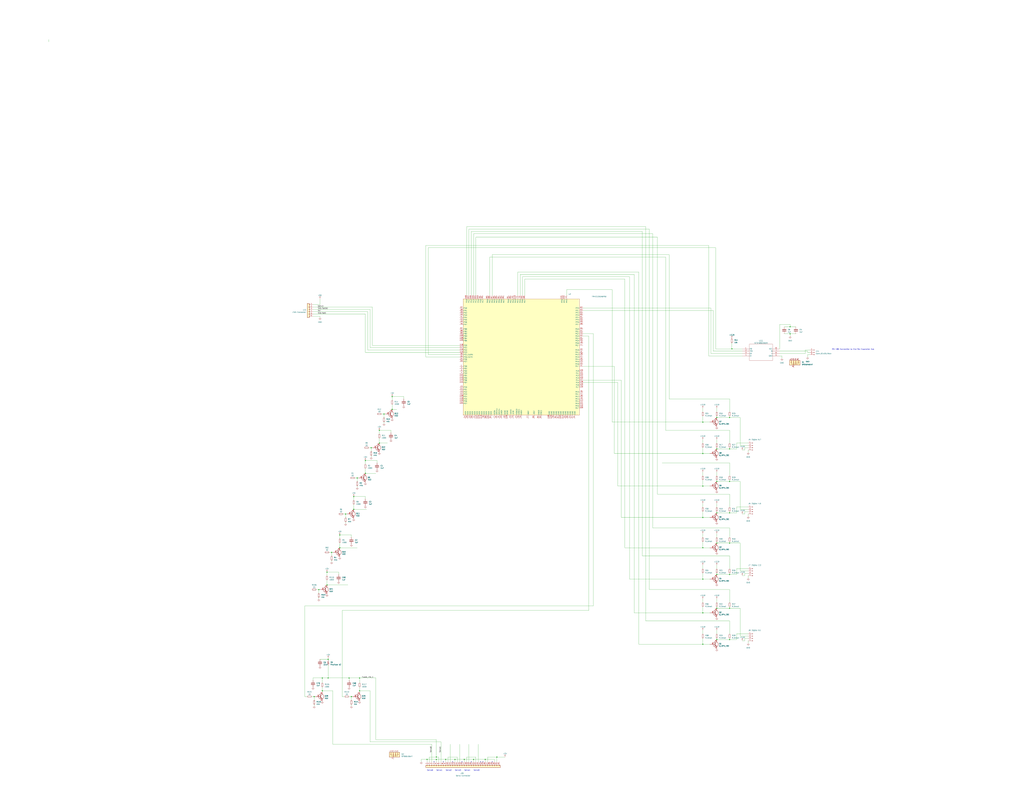
<source format=kicad_sch>
(kicad_sch (version 20230121) (generator eeschema)
  (paper "E")
  (junction (at 386.08 556.26))
  (junction (at 796.29 664.21))
  (junction (at 356.87 638.81))
  (junction (at 392.43 754.38))
  (junction (at 383.54 760.73))
  (junction (at 767.08 495.3))
  (junction (at 796.29 455.93))
  (junction (at 767.08 598.17))
  (junction (at 506.73 829.31))
  (junction (at 381 740.41))
  (junction (at 377.19 561.34))
  (junction (at 347.98 643.89))
  (junction (at 862.33 356.87))
  (junction (at 398.78 516.89))
  (junction (at 796.29 490.22))
  (junction (at 782.32 664.21))
  (junction (at 796.29 698.5))
  (junction (at 419.1 452.12))
  (junction (at 767.08 632.46))
  (junction (at 767.08 530.86))
  (junction (at 782.32 627.38))
  (junction (at 476.25 829.31))
  (junction (at 796.29 560.07))
  (junction (at 414.02 469.9))
  (junction (at 782.32 698.5))
  (junction (at 392.43 740.41))
  (junction (at 496.57 829.31))
  (junction (at 796.29 525.78))
  (junction (at 767.08 669.29))
  (junction (at 516.89 829.31))
  (junction (at 767.08 703.58))
  (junction (at 386.08 542.29))
  (junction (at 782.32 593.09))
  (junction (at 476.25 826.77))
  (junction (at 356.87 624.84))
  (junction (at 796.29 593.09))
  (junction (at 398.78 502.92))
  (junction (at 351.79 740.41))
  (junction (at 405.13 488.95))
  (junction (at 351.79 754.38))
  (junction (at 486.41 829.31))
  (junction (at 358.14 740.41))
  (junction (at 370.84 598.17))
  (junction (at 782.32 525.78))
  (junction (at 542.29 826.77))
  (junction (at 466.09 829.31))
  (junction (at 529.59 829.31))
  (junction (at 782.32 490.22))
  (junction (at 796.29 627.38))
  (junction (at 414.02 483.87))
  (junction (at 370.84 584.2))
  (junction (at 342.9 760.73))
  (junction (at 358.14 720.09))
  (junction (at 389.89 521.97))
  (junction (at 862.33 364.49))
  (junction (at 782.32 455.93))
  (junction (at 361.95 603.25))
  (junction (at 427.99 447.04))
  (junction (at 767.08 461.01))
  (junction (at 427.99 433.07))
  (junction (at 767.08 565.15))
  (junction (at 782.32 560.07))
  (junction (at 798.83 381))
  (no_connect (at 494.03 831.85))
  (no_connect (at 537.21 831.85))
  (no_connect (at 524.51 831.85))
  (no_connect (at 504.19 831.85))
  (no_connect (at 473.71 831.85))
  (no_connect (at 483.87 831.85))
  (no_connect (at 527.05 831.85))
  (no_connect (at 514.35 831.85))
  (wire (pts (xy 767.08 669.29) (xy 692.15 669.29)))
  (wire (pts (xy 774.7 703.58) (xy 767.08 703.58)))
  (wire (pts (xy 816.61 697.23) (xy 812.8 697.23)))
  (wire (pts (xy 488.95 826.77) (xy 499.11 826.77)))
  (wire (pts (xy 681.99 598.17) (xy 681.99 304.8)))
  (wire (pts (xy 351.79 740.41) (xy 358.14 740.41)))
  (wire (pts (xy 359.41 603.25) (xy 361.95 603.25)))
  (wire (pts (xy 539.75 829.31) (xy 539.75 831.85)))
  (wire (pts (xy 392.43 740.41) (xy 410.21 740.41)))
  (wire (pts (xy 392.43 754.38) (xy 392.43 755.65)))
  (wire (pts (xy 767.08 662.94) (xy 767.08 669.29)))
  (wire (pts (xy 358.14 720.09) (xy 358.14 721.36)))
  (wire (pts (xy 476.25 807.72) (xy 476.25 826.77)))
  (wire (pts (xy 807.72 486.41) (xy 816.61 486.41)))
  (wire (pts (xy 488.95 826.77) (xy 488.95 831.85)))
  (wire (pts (xy 466.09 831.85) (xy 466.09 829.31)))
  (wire (pts (xy 467.36 270.51) (xy 781.05 270.51)))
  (wire (pts (xy 406.4 377.19) (xy 406.4 335.28)))
  (wire (pts (xy 386.08 542.29) (xy 386.08 546.1)))
  (wire (pts (xy 782.32 525.78) (xy 796.29 525.78)))
  (wire (pts (xy 796.29 607.06) (xy 701.04 607.06)))
  (wire (pts (xy 519.43 826.77) (xy 519.43 831.85)))
  (wire (pts (xy 567.69 299.72) (xy 567.69 322.58)))
  (wire (pts (xy 796.29 519.43) (xy 796.29 505.46)))
  (wire (pts (xy 812.8 558.8) (xy 812.8 561.34)))
  (wire (pts (xy 341.63 340.36) (xy 401.32 340.36)))
  (wire (pts (xy 773.43 388.62) (xy 810.26 388.62)))
  (wire (pts (xy 476.25 829.31) (xy 476.25 831.85)))
  (wire (pts (xy 774.7 598.17) (xy 767.08 598.17)))
  (wire (pts (xy 807.72 486.41) (xy 807.72 455.93)))
  (wire (pts (xy 782.32 627.38) (xy 796.29 627.38)))
  (wire (pts (xy 384.81 760.73) (xy 383.54 760.73)))
  (wire (pts (xy 774.7 461.01) (xy 767.08 461.01)))
  (wire (pts (xy 501.65 387.35) (xy 467.36 387.35)))
  (wire (pts (xy 782.32 480.06) (xy 782.32 483.87)))
  (wire (pts (xy 855.98 364.49) (xy 862.33 364.49)))
  (wire (pts (xy 361.95 603.25) (xy 363.22 603.25)))
  (wire (pts (xy 402.59 488.95) (xy 405.13 488.95)))
  (wire (pts (xy 403.86 754.38) (xy 392.43 754.38)))
  (wire (pts (xy 850.9 354.33) (xy 862.33 354.33)))
  (wire (pts (xy 363.22 754.38) (xy 351.79 754.38)))
  (wire (pts (xy 370.84 598.17) (xy 389.89 598.17)))
  (wire (pts (xy 369.57 627.38) (xy 369.57 624.84)))
  (wire (pts (xy 345.44 643.89) (xy 347.98 643.89)))
  (wire (pts (xy 812.8 491.49) (xy 810.26 491.49)))
  (wire (pts (xy 668.02 461.01) (xy 668.02 316.23)))
  (wire (pts (xy 427.99 441.96) (xy 427.99 447.04)))
  (wire (pts (xy 796.29 469.9) (xy 796.29 483.87)))
  (wire (pts (xy 529.59 829.31) (xy 539.75 829.31)))
  (wire (pts (xy 401.32 340.36) (xy 401.32 382.27)))
  (wire (pts (xy 514.35 252.73) (xy 514.35 322.58)))
  (wire (pts (xy 767.08 582.93) (xy 767.08 586.74)))
  (wire (pts (xy 486.41 829.31) (xy 486.41 831.85)))
  (wire (pts (xy 347.98 643.89) (xy 347.98 647.7)))
  (wire (pts (xy 678.18 415.29) (xy 678.18 565.15)))
  (wire (pts (xy 471.17 831.85) (xy 471.17 812.8)))
  (wire (pts (xy 816.61 699.77) (xy 816.61 702.31)))
  (wire (pts (xy 803.91 553.72) (xy 816.61 553.72)))
  (wire (pts (xy 767.08 461.01) (xy 668.02 461.01)))
  (wire (pts (xy 468.63 826.77) (xy 476.25 826.77)))
  (wire (pts (xy 403.86 379.73) (xy 403.86 337.82)))
  (wire (pts (xy 349.25 326.39) (xy 349.25 332.74)))
  (wire (pts (xy 440.69 435.61) (xy 440.69 433.07)))
  (wire (pts (xy 406.4 335.28) (xy 341.63 335.28)))
  (wire (pts (xy 774.7 565.15) (xy 767.08 565.15)))
  (wire (pts (xy 767.08 617.22) (xy 767.08 621.03)))
  (wire (pts (xy 356.87 624.84) (xy 356.87 628.65)))
  (wire (pts (xy 440.69 433.07) (xy 427.99 433.07)))
  (wire (pts (xy 398.78 516.89) (xy 410.21 516.89)))
  (wire (pts (xy 712.47 576.58) (xy 796.29 576.58)))
  (wire (pts (xy 796.29 539.75) (xy 796.29 553.72)))
  (wire (pts (xy 862.33 364.49) (xy 862.33 367.03)))
  (wire (pts (xy 807.72 694.69) (xy 807.72 664.21)))
  (wire (pts (xy 781.05 270.51) (xy 781.05 381)))
  (wire (pts (xy 807.72 556.26) (xy 816.61 556.26)))
  (wire (pts (xy 468.63 831.85) (xy 468.63 826.77)))
  (wire (pts (xy 398.78 542.29) (xy 386.08 542.29)))
  (wire (pts (xy 796.29 560.07) (xy 803.91 560.07)))
  (wire (pts (xy 370.84 584.2) (xy 370.84 588.01)))
  (wire (pts (xy 782.32 591.82) (xy 782.32 593.09)))
  (wire (pts (xy 796.29 490.22) (xy 803.91 490.22)))
  (wire (pts (xy 712.47 255.27) (xy 712.47 576.58)))
  (wire (pts (xy 636.27 417.83) (xy 674.37 417.83)))
  (wire (pts (xy 796.29 449.58) (xy 796.29 435.61)))
  (wire (pts (xy 509.27 826.77) (xy 509.27 831.85)))
  (wire (pts (xy 782.32 558.8) (xy 782.32 560.07)))
  (wire (pts (xy 358.14 726.44) (xy 358.14 740.41)))
  (wire (pts (xy 767.08 598.17) (xy 681.99 598.17)))
  (wire (pts (xy 796.29 698.5) (xy 803.91 698.5)))
  (wire (pts (xy 342.9 760.73) (xy 344.17 760.73)))
  (wire (pts (xy 767.08 654.05) (xy 767.08 657.86)))
  (wire (pts (xy 803.91 692.15) (xy 816.61 692.15)))
  (wire (pts (xy 377.19 561.34) (xy 377.19 565.15)))
  (wire (pts (xy 773.43 267.97) (xy 773.43 388.62)))
  (wire (pts (xy 342.9 769.62) (xy 342.9 770.89)))
  (wire (pts (xy 796.29 593.09) (xy 796.29 591.82)))
  (wire (pts (xy 774.7 632.46) (xy 767.08 632.46)))
  (wire (pts (xy 534.67 280.67) (xy 726.44 280.67)))
  (wire (pts (xy 341.63 345.44) (xy 349.25 345.44)))
  (wire (pts (xy 796.29 560.07) (xy 796.29 558.8)))
  (wire (pts (xy 878.84 386.08) (xy 850.9 386.08)))
  (wire (pts (xy 775.97 386.08) (xy 810.26 386.08)))
  (wire (pts (xy 618.49 316.23) (xy 668.02 316.23)))
  (wire (pts (xy 481.33 831.85) (xy 481.33 810.26)))
  (wire (pts (xy 467.36 387.35) (xy 467.36 270.51)))
  (wire (pts (xy 370.84 593.09) (xy 370.84 598.17)))
  (wire (pts (xy 519.43 259.08) (xy 519.43 322.58)))
  (wire (pts (xy 383.54 584.2) (xy 370.84 584.2)))
  (wire (pts (xy 373.38 666.75) (xy 373.38 760.73)))
  (wire (pts (xy 636.27 415.29) (xy 678.18 415.29)))
  (wire (pts (xy 405.13 488.95) (xy 406.4 488.95)))
  (wire (pts (xy 807.72 556.26) (xy 807.72 525.78)))
  (wire (pts (xy 534.67 322.58) (xy 534.67 280.67)))
  (wire (pts (xy 419.1 452.12) (xy 419.1 455.93)))
  (wire (pts (xy 781.05 381) (xy 798.83 381)))
  (wire (pts (xy 878.84 382.27) (xy 878.84 386.08)))
  (wire (pts (xy 356.87 638.81) (xy 379.73 638.81)))
  (wire (pts (xy 332.74 661.67) (xy 332.74 760.73)))
  (wire (pts (xy 419.1 461.01) (xy 419.1 462.28)))
  (wire (pts (xy 767.08 530.86) (xy 767.08 524.51)))
  (wire (pts (xy 506.73 829.31) (xy 506.73 831.85)))
  (wire (pts (xy 570.23 302.26) (xy 570.23 322.58)))
  (wire (pts (xy 782.32 454.66) (xy 782.32 455.93)))
  (wire (pts (xy 383.54 760.73) (xy 383.54 764.54)))
  (wire (pts (xy 812.8 699.77) (xy 810.26 699.77)))
  (wire (pts (xy 340.36 760.73) (xy 342.9 760.73)))
  (wire (pts (xy 674.37 530.86) (xy 674.37 417.83)))
  (wire (pts (xy 501.65 384.81) (xy 398.78 384.81)))
  (wire (pts (xy 717.55 259.08) (xy 717.55 539.75)))
  (wire (pts (xy 726.44 280.67) (xy 726.44 469.9)))
  (wire (pts (xy 697.23 297.18) (xy 697.23 703.58)))
  (wire (pts (xy 796.29 607.06) (xy 796.29 621.03)))
  (wire (pts (xy 816.61 491.49) (xy 816.61 494.03)))
  (wire (pts (xy 509.27 322.58) (xy 509.27 247.65)))
  (wire (pts (xy 796.29 698.5) (xy 796.29 697.23)))
  (wire (pts (xy 401.32 382.27) (xy 501.65 382.27)))
  (wire (pts (xy 796.29 627.38) (xy 803.91 627.38)))
  (wire (pts (xy 476.25 807.72) (xy 410.21 807.72)))
  (wire (pts (xy 386.08 551.18) (xy 386.08 556.26)))
  (wire (pts (xy 471.17 812.8) (xy 363.22 812.8)))
  (wire (pts (xy 767.08 495.3) (xy 670.56 495.3)))
  (wire (pts (xy 782.32 549.91) (xy 782.32 553.72)))
  (wire (pts (xy 387.35 521.97) (xy 389.89 521.97)))
  (wire (pts (xy 511.81 250.19) (xy 511.81 322.58)))
  (wire (pts (xy 532.13 826.77) (xy 542.29 826.77)))
  (wire (pts (xy 782.32 626.11) (xy 782.32 627.38)))
  (wire (pts (xy 341.63 332.74) (xy 349.25 332.74)))
  (wire (pts (xy 383.54 586.74) (xy 383.54 584.2)))
  (wire (pts (xy 778.51 339.09) (xy 778.51 383.54)))
  (wire (pts (xy 565.15 297.18) (xy 697.23 297.18)))
  (wire (pts (xy 572.77 304.8) (xy 572.77 322.58)))
  (wire (pts (xy 782.32 617.22) (xy 782.32 621.03)))
  (wire (pts (xy 812.8 561.34) (xy 810.26 561.34)))
  (wire (pts (xy 807.72 664.21) (xy 796.29 664.21)))
  (wire (pts (xy 670.56 400.05) (xy 670.56 495.3)))
  (wire (pts (xy 636.27 339.09) (xy 778.51 339.09)))
  (wire (pts (xy 812.8 626.11) (xy 812.8 628.65)))
  (wire (pts (xy 506.73 829.31) (xy 516.89 829.31)))
  (wire (pts (xy 516.89 255.27) (xy 712.47 255.27)))
  (wire (pts (xy 803.91 621.03) (xy 816.61 621.03)))
  (wire (pts (xy 881.38 384.81) (xy 881.38 383.54)))
  (wire (pts (xy 883.92 387.35) (xy 881.38 387.35)))
  (wire (pts (xy 782.32 698.5) (xy 796.29 698.5)))
  (wire (pts (xy 481.33 810.26) (xy 403.86 810.26)))
  (wire (pts (xy 347.98 643.89) (xy 349.25 643.89)))
  (wire (pts (xy 883.92 382.27) (xy 878.84 382.27)))
  (wire (pts (xy 416.56 452.12) (xy 419.1 452.12)))
  (wire (pts (xy 491.49 812.8) (xy 491.49 831.85)))
  (wire (pts (xy 782.32 524.51) (xy 782.32 525.78)))
  (wire (pts (xy 565.15 322.58) (xy 565.15 297.18)))
  (wire (pts (xy 767.08 461.01) (xy 767.08 454.66)))
  (wire (pts (xy 636.27 400.05) (xy 670.56 400.05)))
  (wire (pts (xy 537.21 278.13) (xy 730.25 278.13)))
  (wire (pts (xy 383.54 769.62) (xy 383.54 770.89)))
  (wire (pts (xy 392.43 750.57) (xy 392.43 754.38)))
  (wire (pts (xy 356.87 633.73) (xy 356.87 638.81)))
  (wire (pts (xy 414.02 478.79) (xy 414.02 483.87)))
  (wire (pts (xy 414.02 469.9) (xy 414.02 473.71)))
  (wire (pts (xy 850.9 383.54) (xy 881.38 383.54)))
  (wire (pts (xy 398.78 544.83) (xy 398.78 542.29)))
  (wire (pts (xy 351.79 745.49) (xy 351.79 740.41)))
  (wire (pts (xy 692.15 669.29) (xy 692.15 299.72)))
  (wire (pts (xy 647.7 364.49) (xy 647.7 661.67)))
  (wire (pts (xy 398.78 384.81) (xy 398.78 342.9)))
  (wire (pts (xy 509.27 247.65) (xy 704.85 247.65)))
  (wire (pts (xy 542.29 826.77) (xy 542.29 831.85)))
  (wire (pts (xy 496.57 829.31) (xy 496.57 831.85)))
  (wire (pts (xy 532.13 826.77) (xy 532.13 831.85)))
  (wire (pts (xy 767.08 495.3) (xy 767.08 488.95)))
  (wire (pts (xy 708.66 250.19) (xy 511.81 250.19)))
  (wire (pts (xy 411.48 505.46) (xy 411.48 502.92)))
  (wire (pts (xy 398.78 502.92) (xy 398.78 506.73)))
  (wire (pts (xy 509.27 826.77) (xy 519.43 826.77)))
  (wire (pts (xy 511.81 812.8) (xy 511.81 831.85)))
  (wire (pts (xy 722.63 505.46) (xy 796.29 505.46)))
  (wire (pts (xy 501.65 379.73) (xy 403.86 379.73)))
  (wire (pts (xy 862.33 356.87) (xy 868.68 356.87)))
  (wire (pts (xy 717.55 539.75) (xy 796.29 539.75)))
  (wire (pts (xy 767.08 515.62) (xy 767.08 519.43)))
  (wire (pts (xy 373.38 760.73) (xy 375.92 760.73)))
  (wire (pts (xy 796.29 586.74) (xy 796.29 576.58)))
  (wire (pts (xy 466.09 829.31) (xy 476.25 829.31)))
  (wire (pts (xy 516.89 829.31) (xy 516.89 831.85)))
  (wire (pts (xy 853.44 388.62) (xy 853.44 391.16)))
  (wire (pts (xy 850.9 381) (xy 850.9 354.33)))
  (wire (pts (xy 775.97 336.55) (xy 775.97 386.08)))
  (wire (pts (xy 881.38 387.35) (xy 881.38 389.89)))
  (wire (pts (xy 358.14 740.41) (xy 381 740.41)))
  (wire (pts (xy 363.22 812.8) (xy 363.22 754.38)))
  (wire (pts (xy 796.29 455.93) (xy 796.29 454.66)))
  (wire (pts (xy 377.19 561.34) (xy 378.46 561.34)))
  (wire (pts (xy 774.7 495.3) (xy 767.08 495.3)))
  (wire (pts (xy 782.32 455.93) (xy 796.29 455.93)))
  (wire (pts (xy 782.32 654.05) (xy 782.32 657.86)))
  (wire (pts (xy 427.99 447.04) (xy 433.07 447.04)))
  (wire (pts (xy 782.32 593.09) (xy 796.29 593.09)))
  (wire (pts (xy 782.32 582.93) (xy 782.32 586.74)))
  (wire (pts (xy 774.7 530.86) (xy 767.08 530.86)))
  (wire (pts (xy 486.41 829.31) (xy 496.57 829.31)))
  (wire (pts (xy 464.82 267.97) (xy 773.43 267.97)))
  (wire (pts (xy 341.63 740.41) (xy 351.79 740.41)))
  (wire (pts (xy 414.02 483.87) (xy 422.91 483.87)))
  (wire (pts (xy 767.08 445.77) (xy 767.08 449.58)))
  (wire (pts (xy 701.04 607.06) (xy 701.04 252.73)))
  (wire (pts (xy 767.08 549.91) (xy 767.08 553.72)))
  (wire (pts (xy 862.33 364.49) (xy 868.68 364.49)))
  (wire (pts (xy 411.48 502.92) (xy 398.78 502.92)))
  (wire (pts (xy 392.43 740.41) (xy 392.43 745.49)))
  (wire (pts (xy 704.85 247.65) (xy 704.85 678.18)))
  (wire (pts (xy 701.04 252.73) (xy 514.35 252.73)))
  (wire (pts (xy 374.65 561.34) (xy 377.19 561.34)))
  (wire (pts (xy 398.78 511.81) (xy 398.78 516.89)))
  (wire (pts (xy 349.25 720.09) (xy 358.14 720.09)))
  (wire (pts (xy 349.25 345.44) (xy 349.25 346.71)))
  (wire (pts (xy 351.79 754.38) (xy 351.79 755.65)))
  (wire (pts (xy 405.13 497.84) (xy 405.13 499.11)))
  (wire (pts (xy 464.82 389.89) (xy 464.82 267.97)))
  (wire (pts (xy 542.29 826.77) (xy 551.18 826.77)))
  (wire (pts (xy 807.72 455.93) (xy 796.29 455.93)))
  (wire (pts (xy 476.25 829.31) (xy 486.41 829.31)))
  (wire (pts (xy 730.25 435.61) (xy 796.29 435.61)))
  (wire (pts (xy 642.62 666.75) (xy 373.38 666.75)))
  (wire (pts (xy 782.32 688.34) (xy 782.32 692.15)))
  (wire (pts (xy 796.29 678.18) (xy 796.29 692.15)))
  (wire (pts (xy 708.66 643.89) (xy 708.66 250.19)))
  (wire (pts (xy 403.86 337.82) (xy 341.63 337.82)))
  (wire (pts (xy 796.29 657.86) (xy 796.29 643.89)))
  (wire (pts (xy 798.83 381) (xy 810.26 381)))
  (wire (pts (xy 782.32 662.94) (xy 782.32 664.21)))
  (wire (pts (xy 426.72 469.9) (xy 414.02 469.9)))
  (wire (pts (xy 636.27 336.55) (xy 775.97 336.55)))
  (wire (pts (xy 501.65 812.8) (xy 501.65 831.85)))
  (wire (pts (xy 642.62 367.03) (xy 636.27 367.03)))
  (wire (pts (xy 883.92 384.81) (xy 881.38 384.81)))
  (wire (pts (xy 419.1 452.12) (xy 420.37 452.12)))
  (wire (pts (xy 782.32 560.07) (xy 796.29 560.07)))
  (wire (pts (xy 796.29 627.38) (xy 796.29 626.11)))
  (wire (pts (xy 782.32 490.22) (xy 796.29 490.22)))
  (wire (pts (xy 803.91 553.72) (xy 803.91 560.07)))
  (wire (pts (xy 850.9 388.62) (xy 853.44 388.62)))
  (wire (pts (xy 386.08 556.26) (xy 400.05 556.26)))
  (wire (pts (xy 796.29 490.22) (xy 796.29 488.95)))
  (wire (pts (xy 341.63 740.41) (xy 341.63 742.95)))
  (wire (pts (xy 692.15 299.72) (xy 567.69 299.72)))
  (wire (pts (xy 647.7 364.49) (xy 636.27 364.49)))
  (wire (pts (xy 687.07 632.46) (xy 687.07 302.26)))
  (wire (pts (xy 778.51 383.54) (xy 810.26 383.54)))
  (wire (pts (xy 796.29 643.89) (xy 708.66 643.89)))
  (wire (pts (xy 807.72 623.57) (xy 807.72 593.09)))
  (wire (pts (xy 862.33 356.87) (xy 855.98 356.87)))
  (wire (pts (xy 341.63 342.9) (xy 398.78 342.9)))
  (wire (pts (xy 798.83 374.65) (xy 798.83 381)))
  (wire (pts (xy 519.43 259.08) (xy 717.55 259.08)))
  (wire (pts (xy 358.14 718.82) (xy 358.14 720.09)))
  (wire (pts (xy 642.62 367.03) (xy 642.62 666.75)))
  (wire (pts (xy 361.95 603.25) (xy 361.95 607.06)))
  (wire (pts (xy 816.61 561.34) (xy 816.61 563.88)))
  (wire (pts (xy 803.91 483.87) (xy 816.61 483.87)))
  (wire (pts (xy 796.29 525.78) (xy 796.29 524.51)))
  (wire (pts (xy 782.32 445.77) (xy 782.32 449.58)))
  (wire (pts (xy 807.72 623.57) (xy 816.61 623.57)))
  (wire (pts (xy 807.72 593.09) (xy 796.29 593.09)))
  (wire (pts (xy 782.32 697.23) (xy 782.32 698.5)))
  (wire (pts (xy 687.07 302.26) (xy 570.23 302.26)))
  (wire (pts (xy 812.8 488.95) (xy 812.8 491.49)))
  (wire (pts (xy 516.89 829.31) (xy 529.59 829.31)))
  (wire (pts (xy 803.91 483.87) (xy 803.91 490.22)))
  (wire (pts (xy 521.97 812.8) (xy 521.97 831.85)))
  (wire (pts (xy 516.89 255.27) (xy 516.89 322.58)))
  (wire (pts (xy 807.72 694.69) (xy 816.61 694.69)))
  (wire (pts (xy 459.74 829.31) (xy 459.74 831.85)))
  (wire (pts (xy 767.08 632.46) (xy 687.07 632.46)))
  (wire (pts (xy 807.72 525.78) (xy 796.29 525.78)))
  (wire (pts (xy 782.32 488.95) (xy 782.32 490.22)))
  (wire (pts (xy 377.19 570.23) (xy 377.19 571.5)))
  (wire (pts (xy 53.34 43.18) (xy 53.34 45.72)))
  (wire (pts (xy 501.65 389.89) (xy 464.82 389.89)))
  (wire (pts (xy 767.08 703.58) (xy 767.08 697.23)))
  (wire (pts (xy 726.44 469.9) (xy 796.29 469.9)))
  (wire (pts (xy 389.89 530.86) (xy 389.89 532.13)))
  (wire (pts (xy 347.98 652.78) (xy 347.98 654.05)))
  (wire (pts (xy 476.25 826.77) (xy 478.79 826.77)))
  (wire (pts (xy 342.9 760.73) (xy 342.9 764.54)))
  (wire (pts (xy 369.57 624.84) (xy 356.87 624.84)))
  (wire (pts (xy 496.57 829.31) (xy 506.73 829.31)))
  (wire (pts (xy 361.95 612.14) (xy 361.95 613.41)))
  (wire (pts (xy 796.29 664.21) (xy 796.29 662.94)))
  (wire (pts (xy 816.61 628.65) (xy 816.61 631.19)))
  (wire (pts (xy 537.21 322.58) (xy 537.21 278.13)))
  (wire (pts (xy 381 760.73) (xy 383.54 760.73)))
  (wire (pts (xy 647.7 661.67) (xy 332.74 661.67)))
  (wire (pts (xy 782.32 515.62) (xy 782.32 519.43)))
  (wire (pts (xy 782.32 664.21) (xy 796.29 664.21)))
  (wire (pts (xy 767.08 565.15) (xy 767.08 558.8)))
  (wire (pts (xy 767.08 530.86) (xy 674.37 530.86)))
  (wire (pts (xy 767.08 632.46) (xy 767.08 626.11)))
  (wire (pts (xy 767.08 480.06) (xy 767.08 483.87)))
  (wire (pts (xy 816.61 488.95) (xy 812.8 488.95)))
  (wire (pts (xy 767.08 688.34) (xy 767.08 692.15)))
  (wire (pts (xy 405.13 488.95) (xy 405.13 492.76)))
  (wire (pts (xy 410.21 740.41) (xy 410.21 807.72)))
  (wire (pts (xy 812.8 628.65) (xy 810.26 628.65)))
  (wire (pts (xy 426.72 472.44) (xy 426.72 469.9)))
  (wire (pts (xy 332.74 760.73) (xy 335.28 760.73)))
  (wire (pts (xy 862.33 354.33) (xy 862.33 356.87)))
  (wire (pts (xy 803.91 692.15) (xy 803.91 698.5)))
  (wire (pts (xy 812.8 697.23) (xy 812.8 699.77)))
  (wire (pts (xy 774.7 669.29) (xy 767.08 669.29)))
  (wire (pts (xy 803.91 621.03) (xy 803.91 627.38)))
  (wire (pts (xy 478.79 826.77) (xy 478.79 831.85)))
  (wire (pts (xy 466.09 829.31) (xy 459.74 829.31)))
  (wire (pts (xy 816.61 626.11) (xy 812.8 626.11)))
  (wire (pts (xy 730.25 278.13) (xy 730.25 435.61)))
  (wire (pts (xy 499.11 826.77) (xy 499.11 831.85)))
  (wire (pts (xy 389.89 521.97) (xy 389.89 525.78)))
  (wire (pts (xy 816.61 558.8) (xy 812.8 558.8)))
  (wire (pts (xy 501.65 377.19) (xy 406.4 377.19)))
  (wire (pts (xy 381 740.41) (xy 381 742.95)))
  (wire (pts (xy 389.89 521.97) (xy 391.16 521.97)))
  (wire (pts (xy 529.59 829.31) (xy 529.59 831.85)))
  (wire (pts (xy 767.08 598.17) (xy 767.08 591.82)))
  (wire (pts (xy 403.86 810.26) (xy 403.86 754.38)))
  (wire (pts (xy 697.23 703.58) (xy 767.08 703.58)))
  (wire (pts (xy 618.49 316.23) (xy 618.49 322.58)))
  (wire (pts (xy 704.85 678.18) (xy 796.29 678.18)))
  (wire (pts (xy 351.79 750.57) (xy 351.79 754.38)))
  (wire (pts (xy 681.99 304.8) (xy 572.77 304.8)))
  (wire (pts (xy 381 740.41) (xy 392.43 740.41)))
  (wire (pts (xy 427.99 433.07) (xy 427.99 436.88)))
  (wire (pts (xy 678.18 565.15) (xy 767.08 565.15)))
  (text "RS-485 Connection to 2nd Rev Expansion Hub" (at 908.05 382.27 0) (effects (font (size 1.27 1.27)) (justify left bottom)))
  (text "Servo3" (at 496.57 842.01 0) (effects (font (size 1.27 1.27)) (justify left bottom)))
  (text "Servo0\n" (at 466.09 842.01 0) (effects (font (size 1.27 1.27)) (justify left bottom)))
  (text "Servo5" (at 516.89 842.01 0) (effects (font (size 1.27 1.27)) (justify left bottom)))
  (text "Servo4" (at 506.73 842.01 0) (effects (font (size 1.27 1.27)) (justify left bottom)))
  (text "Servo2" (at 486.41 842.01 0) (effects (font (size 1.27 1.27)) (justify left bottom)))
  (text "Servo1" (at 476.25 842.01 0) (effects (font (size 1.27 1.27)) (justify left bottom)))
  (label "SWCLK" (at 346.71 335.28 0))
  (label "Fused_+5v_1" (at 394.97 740.41 0))
  (label "TMS{slash}SWDIO" (at 346.71 337.82 0))
  (label "TDI" (at 346.71 340.36 0))
  (label "TDO{slash}SWO" (at 346.71 342.9 0))
  (label "Servo0" (at 471.17 821.69 90))
  (label "Servo1" (at 481.33 821.69 90))
  (symbol (lib_id "Device:R_Small") (at 796.29 694.69 0) (unit 1)
    (property "Reference" "R39" (at 798.83 694.055 0) (effects (justify left)))
    (property "Value" "R_Small" (at 798.83 696.595 0) (effects (justify left)))
  )
  (symbol (lib_id "Device:R_Small") (at 377.19 567.69 0) (unit 1)
    (property "Reference" "R7" (at 379.73 567.055 0) (effects (justify left)))
    (property "Value" "44k" (at 379.73 569.595 0) (effects (justify left)))
  )
  (symbol (lib_id "Device:Q_NPN_EBC") (at 779.78 530.86 0) (unit 1)
    (property "Reference" "Q5" (at 784.86 530.225 0) (effects (justify left)))
    (property "Value" "Q_NPN_EBC" (at 784.86 532.765 0) (effects (justify left)))
  )
  (symbol (lib_id "Device:R_Small") (at 361.95 609.6 0) (unit 1)
    (property "Reference" "R4" (at 364.49 608.965 0) (effects (justify left)))
    (property "Value" "44k" (at 364.49 611.505 0) (effects (justify left)))
  )
  (symbol (lib_id "power:GND") (at 351.79 765.81 0) (unit 1)
    (property "Reference" "#PWR033" (effects hide))
    (property "Value" "GND" (effects hide))
  )
  (symbol (lib_id "power:GND") (at 349.25 727.71 0) (unit 1)
    (property "Reference" "#PWR067" (effects hide))
    (property "Value" "GND" (effects hide))
  )
  (symbol (lib_id "Device:R_Small") (at 351.79 748.03 0) (unit 1)
    (property "Reference" "R125" (at 354.33 747.395 0) (effects (justify left)))
    (property "Value" "1000" (at 354.33 749.935 0) (effects (justify left)))
  )
  (symbol (lib_id "power:+5V") (at 414.02 469.9 0) (unit 1)
    (property "Reference" "#PWR060" (effects hide))
    (property "Value" "+5V" (at 414.02 466.09 0))
  )
  (symbol (lib_id "Device:C") (at 398.78 548.64 0) (unit 1)
    (property "Reference" "C3" (at 402.59 548.005 0) (effects (justify left)))
    (property "Value" "1uF" (at 402.59 550.545 0) (effects (justify left)))
  )
  (symbol (lib_id "power:GND") (at 377.19 571.5 0) (unit 1)
    (property "Reference" "#PWR051" (effects hide))
    (property "Value" "GND" (effects hide))
  )
  (symbol (lib_id "Device:Q_NPN_EBC") (at 779.78 632.46 0) (unit 1)
    (property "Reference" "Q4" (at 784.86 631.825 0) (effects (justify left)))
    (property "Value" "Q_NPN_EBC" (at 784.86 634.365 0) (effects (justify left)))
  )
  (symbol (lib_id "power:+5V") (at 551.18 826.77 0) (unit 1)
    (property "Reference" "#PWR038" (effects hide))
    (property "Value" "+5V" (at 551.18 822.96 0))
  )
  (symbol (lib_id "power:GND") (at 369.57 635 0) (unit 1)
    (property "Reference" "#PWR046" (effects hide))
    (property "Value" "GND" (effects hide))
  )
  (symbol (lib_id "Connector_Generic:Conn_01x06") (at 336.55 337.82 0) (mirror y) (unit 1)
    (property "Reference" "J15" (at 334.01 338.455 0) (effects (justify left)))
    (property "Value" "JTAG Connector" (at 334.01 340.995 0) (effects (justify left)))
  )
  (symbol (lib_id "Device:R_Small") (at 767.08 589.28 0) (unit 1)
    (property "Reference" "R32" (at 769.62 588.645 0) (effects (justify left)))
    (property "Value" "R_Small" (at 769.62 591.185 0) (effects (justify left)))
  )
  (symbol (lib_id "Connector:Conn_01x04_Pin") (at 821.69 486.41 0) (mirror y) (unit 1)
    (property "Reference" "J5" (at 817.88 480.06 0))
    (property "Value" "Digital 6,7" (at 825.5 480.06 0))
  )
  (symbol (lib_id "power:+3.3V") (at 767.08 582.93 0) (unit 1)
    (property "Reference" "#PWR09" (effects hide))
    (property "Value" "+3.3V" (at 767.08 579.12 0))
  )
  (symbol (lib_id "power:GND") (at 398.78 552.45 0) (unit 1)
    (property "Reference" "#PWR054" (effects hide))
    (property "Value" "GND" (effects hide))
  )
  (symbol (lib_id "Device:Q_NPN_EBC") (at 779.78 565.15 0) (unit 1)
    (property "Reference" "Q6" (at 784.86 564.515 0) (effects (justify left)))
    (property "Value" "Q_NPN_EBC" (at 784.86 567.055 0) (effects (justify left)))
  )
  (symbol (lib_id "power:GND") (at 383.54 594.36 0) (unit 1)
    (property "Reference" "#PWR050" (effects hide))
    (property "Value" "GND" (effects hide))
  )
  (symbol (lib_id "Device:R_Small") (at 767.08 521.97 0) (unit 1)
    (property "Reference" "R28" (at 769.62 521.335 0) (effects (justify left)))
    (property "Value" "R_Small" (at 769.62 523.875 0) (effects (justify left)))
  )
  (symbol (lib_id "Device:R_Small") (at 767.08 623.57 0) (unit 1)
    (property "Reference" "R34" (at 769.62 622.935 0) (effects (justify left)))
    (property "Value" "R_Small" (at 769.62 625.475 0) (effects (justify left)))
  )
  (symbol (lib_id "power:+3.3V") (at 767.08 654.05 0) (unit 1)
    (property "Reference" "#PWR06" (effects hide))
    (property "Value" "+3.3V" (at 767.08 650.24 0))
  )
  (symbol (lib_id "Device:C") (at 411.48 509.27 0) (unit 1)
    (property "Reference" "C1" (at 415.29 508.635 0) (effects (justify left)))
    (property "Value" "1uF" (at 415.29 511.175 0) (effects (justify left)))
  )
  (symbol (lib_id "power:GND") (at 383.54 770.89 0) (unit 1)
    (property "Reference" "#PWR039" (effects hide))
    (property "Value" "GND" (effects hide))
  )
  (symbol (lib_id "Device:Q_NPN_EBC") (at 779.78 598.17 0) (unit 1)
    (property "Reference" "Q3" (at 784.86 597.535 0) (effects (justify left)))
    (property "Value" "Q_NPN_EBC" (at 784.86 600.075 0) (effects (justify left)))
  )
  (symbol (lib_id "power:+5V") (at 370.84 584.2 0) (unit 1)
    (property "Reference" "#PWR048" (effects hide))
    (property "Value" "+5V" (at 370.84 580.39 0))
  )
  (symbol (lib_id "power:+3.3V") (at 798.83 369.57 0) (unit 1)
    (property "Reference" "#PWR072" (effects hide))
    (property "Value" "+3.3V" (at 798.83 365.76 0))
  )
  (symbol (lib_id "Power_Protection:SP0504BAHT") (at 429.26 824.23 0) (unit 1)
    (property "Reference" "D2" (at 438.15 823.595 0) (effects (justify left)))
    (property "Value" "SP0504BAHT" (at 438.15 826.135 0) (effects (justify left)))
    (property "Footprint" "Package_TO_SOT_SMD:SOT-23-5" (effects hide))
    (property "Datasheet" "http://www.littelfuse.com/~/media/files/littelfuse/technical%20resources/documents/data%20sheets/sp05xxba.pdf" (effects hide))
  )
  (symbol (lib_id "Device:R_Small") (at 356.87 603.25 90) (unit 1)
    (property "Reference" "R92" (at 356.87 598.17 90))
    (property "Value" "33" (at 356.87 600.71 90))
  )
  (symbol (lib_id "power:GND") (at 361.95 613.41 0) (unit 1)
    (property "Reference" "#PWR047" (effects hide))
    (property "Value" "GND" (effects hide))
  )
  (symbol (lib_id "Device:R_Small") (at 427.99 439.42 0) (unit 1)
    (property "Reference" "R14" (at 430.53 438.785 0) (effects (justify left)))
    (property "Value" "1000" (at 430.53 441.325 0) (effects (justify left)))
  )
  (symbol (lib_id "power:GND") (at 389.89 532.13 0) (unit 1)
    (property "Reference" "#PWR055" (effects hide))
    (property "Value" "GND" (effects hide))
  )
  (symbol (lib_id "power:+3.3V") (at 782.32 654.05 0) (unit 1)
    (property "Reference" "#PWR07" (effects hide))
    (property "Value" "+3.3V" (at 782.32 650.24 0))
  )
  (symbol (lib_id "power:GND") (at 782.32 466.09 0) (unit 1)
    (property "Reference" "#PWR028" (effects hide))
    (property "Value" "GND" (effects hide))
  )
  (symbol (lib_id "Device:R_Small") (at 398.78 509.27 0) (unit 1)
    (property "Reference" "R3" (at 401.32 508.635 0) (effects (justify left)))
    (property "Value" "1000" (at 401.32 511.175 0) (effects (justify left)))
  )
  (symbol (lib_id "power:GND") (at 414.02 494.03 0) (unit 1)
    (property "Reference" "#PWR061" (effects hide))
    (property "Value" "GND" (effects hide))
  )
  (symbol (lib_id "Connector_Generic:Conn_01x32") (at 504.19 836.93 90) (mirror x) (unit 1)
    (property "Reference" "J20" (at 504.19 844.55 90))
    (property "Value" "Servo Connector" (at 505.46 847.09 90))
  )
  (symbol (lib_id "Device:Q_NPN_EBC") (at 396.24 521.97 0) (unit 1)
    (property "Reference" "Q9" (at 401.32 521.335 0) (effects (justify left)))
    (property "Value" "N32" (at 401.32 523.875 0) (effects (justify left)))
  )
  (symbol (lib_id "Device:R_Small") (at 767.08 660.4 0) (unit 1)
    (property "Reference" "R36" (at 769.62 659.765 0) (effects (justify left)))
    (property "Value" "R_Small" (at 769.62 662.305 0) (effects (justify left)))
  )
  (symbol (lib_id "Connector:Conn_01x04_Pin") (at 821.69 556.26 0) (mirror y) (unit 1)
    (property "Reference" "J6" (at 817.88 549.91 0))
    (property "Value" "Digital 4,5" (at 825.5 549.91 0))
  )
  (symbol (lib_id "Device:R_Small") (at 782.32 452.12 0) (unit 1)
    (property "Reference" "R16" (at 784.86 451.485 0) (effects (justify left)))
    (property "Value" "R_Small" (at 784.86 454.025 0) (effects (justify left)))
  )
  (symbol (lib_id "power:GND") (at 816.61 563.88 0) (unit 1)
    (property "Reference" "#PWR024" (effects hide))
    (property "Value" "GND" (at 816.61 568.96 0))
  )
  (symbol (lib_id "Device:R_Small") (at 782.32 521.97 0) (unit 1)
    (property "Reference" "R18" (at 784.86 521.335 0) (effects (justify left)))
    (property "Value" "R_Small" (at 784.86 523.875 0) (effects (justify left)))
  )
  (symbol (lib_id "power:GND") (at 459.74 831.85 0) (unit 1)
    (property "Reference" "#PWR037" (effects hide))
    (property "Value" "GND" (effects hide))
  )
  (symbol (lib_id "Power_Protection:SP0504BAHT") (at 866.14 396.24 0) (unit 1)
    (property "Reference" "D1" (at 875.03 395.605 0) (effects (justify left)))
    (property "Value" "SP0504BAHT" (at 875.03 398.145 0) (effects (justify left)))
    (property "Footprint" "Package_TO_SOT_SMD:SOT-23-5" (effects hide))
    (property "Datasheet" "http://www.littelfuse.com/~/media/files/littelfuse/technical%20resources/documents/data%20sheets/sp05xxba.pdf" (effects hide))
  )
  (symbol (lib_id "power:GND") (at 381 750.57 0) (unit 1)
    (property "Reference" "#PWR042" (effects hide))
    (property "Value" "GND" (effects hide))
  )
  (symbol (lib_id "power:+3.3V") (at 767.08 480.06 0) (unit 1)
    (property "Reference" "#PWR026" (effects hide))
    (property "Value" "+3.3V" (at 767.08 476.25 0))
  )
  (symbol (lib_id "power:GND") (at 386.08 566.42 0) (unit 1)
    (property "Reference" "#PWR053" (effects hide))
    (property "Value" "GND" (effects hide))
  )
  (symbol (lib_id "power:GND") (at 782.32 637.54 0) (unit 1)
    (property "Reference" "#PWR014" (effects hide))
    (property "Value" "GND" (effects hide))
  )
  (symbol (lib_id "Device:R_Small") (at 767.08 694.69 0) (unit 1)
    (property "Reference" "R38" (at 769.62 694.055 0) (effects (justify left)))
    (property "Value" "R_Small" (at 769.62 696.595 0) (effects (justify left)))
  )
  (symbol (lib_id "power:+3.3V") (at 782.32 480.06 0) (unit 1)
    (property "Reference" "#PWR029" (effects hide))
    (property "Value" "+3.3V" (at 782.32 476.25 0))
  )
  (symbol (lib_id "Device:C") (at 868.68 360.68 0) (unit 1)
    (property "Reference" "C5" (at 872.49 360.045 0) (effects (justify left)))
    (property "Value" "?uF" (at 872.49 362.585 0) (effects (justify left)))
  )
  (symbol (lib_id "Device:R_Small") (at 767.08 486.41 0) (unit 1)
    (property "Reference" "R26" (at 769.62 485.775 0) (effects (justify left)))
    (property "Value" "R_Small" (at 769.62 488.315 0) (effects (justify left)))
  )
  (symbol (lib_id "power:+3.3V") (at 767.08 688.34 0) (unit 1)
    (property "Reference" "#PWR01" (effects hide))
    (property "Value" "+3.3V" (at 767.08 684.53 0))
  )
  (symbol (lib_id "power:+3.3V") (at 782.32 515.62 0) (unit 1)
    (property "Reference" "#PWR019" (effects hide))
    (property "Value" "+3.3V" (at 782.32 511.81 0))
  )
  (symbol (lib_id "power:+5V") (at 386.08 542.29 0) (unit 1)
    (property "Reference" "#PWR052" (effects hide))
    (property "Value" "+5V" (at 386.08 538.48 0))
  )
  (symbol (lib_id "power:GND") (at 782.32 708.66 0) (unit 1)
    (property "Reference" "#PWR05" (effects hide))
    (property "Value" "GND" (effects hide))
  )
  (symbol (lib_id "Device:R_Small") (at 782.32 660.4 0) (unit 1)
    (property "Reference" "R22" (at 784.86 659.765 0) (effects (justify left)))
    (property "Value" "R_Small" (at 784.86 662.305 0) (effects (justify left)))
  )
  (symbol (lib_id "Device:C") (at 855.98 360.68 0) (unit 1)
    (property "Reference" "C8" (at 859.79 360.045 0) (effects (justify left)))
    (property "Value" "?uF" (at 859.79 362.585 0) (effects (justify left)))
  )
  (symbol (lib_id "Device:C") (at 440.69 439.42 0) (unit 1)
    (property "Reference" "C5" (at 444.5 438.785 0) (effects (justify left)))
    (property "Value" "1uF" (at 444.5 441.325 0) (effects (justify left)))
  )
  (symbol (lib_id "Device:R_Small") (at 782.32 589.28 0) (unit 1)
    (property "Reference" "R20" (at 784.86 588.645 0) (effects (justify left)))
    (property "Value" "R_Small" (at 784.86 591.185 0) (effects (justify left)))
  )
  (symbol (lib_id "power:GND") (at 816.61 702.31 0) (unit 1)
    (property "Reference" "#PWR04" (effects hide))
    (property "Value" "GND" (at 816.61 707.39 0))
  )
  (symbol (lib_id "Device:R_Small") (at 796.29 556.26 0) (unit 1)
    (property "Reference" "R31" (at 798.83 555.625 0) (effects (justify left)))
    (property "Value" "R_Small" (at 798.83 558.165 0) (effects (justify left)))
  )
  (symbol (lib_id "Device:R_Small") (at 782.32 486.41 0) (unit 1)
    (property "Reference" "R17" (at 784.86 485.775 0) (effects (justify left)))
    (property "Value" "R_Small" (at 784.86 488.315 0) (effects (justify left)))
  )
  (symbol (lib_id "power:GND") (at 782.32 603.25 0) (unit 1)
    (property "Reference" "#PWR012" (effects hide))
    (property "Value" "GND" (effects hide))
  )
  (symbol (lib_id "Device:R_Small") (at 392.43 748.03 0) (unit 1)
    (property "Reference" "R117" (at 394.97 747.395 0) (effects (justify left)))
    (property "Value" "1000" (at 394.97 749.935 0) (effects (justify left)))
  )
  (symbol (lib_id "Device:R_Small") (at 342.9 643.89 90) (unit 1)
    (property "Reference" "R106" (at 342.9 638.81 90))
    (property "Value" "33" (at 342.9 641.35 90))
  )
  (symbol (lib_id "power:VDD") (at 349.25 326.39 0) (unit 1)
    (property "Reference" "#PWR069" (effects hide))
    (property "Value" "VDD" (at 349.25 322.58 0))
  )
  (symbol (lib_id "Device:R_Small") (at 384.81 521.97 90) (unit 1)
    (property "Reference" "R1" (at 384.81 516.89 90))
    (property "Value" "33" (at 384.81 519.43 90))
  )
  (symbol (lib_id "power:+3.3V") (at 782.32 549.91 0) (unit 1)
    (property "Reference" "#PWR021" (effects hide))
    (property "Value" "+3.3V" (at 782.32 546.1 0))
  )
  (symbol (lib_id "Device:R_Small") (at 782.32 623.57 0) (unit 1)
    (property "Reference" "R21" (at 784.86 622.935 0) (effects (justify left)))
    (property "Value" "R_Small" (at 784.86 625.475 0) (effects (justify left)))
  )
  (symbol (lib_id "power:GND") (at 370.84 608.33 0) (unit 1)
    (property "Reference" "#PWR049" (effects hide))
    (property "Value" "GND" (effects hide))
  )
  (symbol (lib_id "power:GND") (at 881.38 389.89 0) (unit 1)
    (property "Reference" "#PWR0101" (effects hide))
    (property "Value" "GND" (at 881.38 394.97 0))
  )
  (symbol (lib_id "Device:R_Small") (at 378.46 760.73 90) (unit 1)
    (property "Reference" "R113" (at 378.46 755.65 90))
    (property "Value" "33" (at 378.46 758.19 90))
  )
  (symbol (lib_id "Device:C") (at 383.54 590.55 0) (unit 1)
    (property "Reference" "C2" (at 387.35 589.915 0) (effects (justify left)))
    (property "Value" "1uF" (at 387.35 592.455 0) (effects (justify left)))
  )
  (symbol (lib_id "Device:R_Small") (at 767.08 556.26 0) (unit 1)
    (property "Reference" "R30" (at 769.62 555.625 0) (effects (justify left)))
    (property "Value" "R_Small" (at 769.62 558.165 0) (effects (justify left)))
  )
  (symbol (lib_id "Device:R_Small") (at 796.29 589.28 0) (unit 1)
    (property "Reference" "R33" (at 798.83 588.645 0) (effects (justify left)))
    (property "Value" "R_Small" (at 798.83 591.185 0) (effects (justify left)))
  )
  (symbol (lib_id "power:+3.3V") (at 810.26 561.34 0) (unit 1)
    (property "Reference" "#PWR023" (effects hide))
    (property "Value" "+3.3V" (at 810.26 557.53 0))
  )
  (symbol (lib_id "Connector:Conn_01x04_Pin") (at 821.69 694.69 0) (mirror y) (unit 1)
    (property "Reference" "J8" (at 817.88 688.34 0))
    (property "Value" "Digital 0,1" (at 825.5 688.34 0))
  )
  (symbol (lib_id "power:+3.3V") (at 810.26 628.65 0) (unit 1)
    (property "Reference" "#PWR015" (effects hide))
    (property "Value" "+3.3V" (at 810.26 624.84 0))
  )
  (symbol (lib_id "Device:R_Small") (at 405.13 495.3 0) (unit 1)
    (property "Reference" "R10" (at 407.67 494.665 0) (effects (justify left)))
    (property "Value" "44k" (at 407.67 497.205 0) (effects (justify left)))
  )
  (symbol (lib_id "Device:R_Small") (at 767.08 452.12 0) (unit 1)
    (property "Reference" "R24" (at 769.62 451.485 0) (effects (justify left)))
    (property "Value" "R_Small" (at 769.62 454.025 0) (effects (justify left)))
  )
  (symbol (lib_id "power:+5V") (at 358.14 718.82 0) (unit 1)
    (property "Reference" "#PWR034" (effects hide))
    (property "Value" "+5V" (at 358.14 715.01 0))
  )
  (symbol (lib_id "power:GND") (at 405.13 499.11 0) (unit 1)
    (property "Reference" "#PWR059" (effects hide))
    (property "Value" "GND" (effects hide))
  )
  (symbol (lib_id "power:GND") (at 419.1 462.28 0) (unit 1)
    (property "Reference" "#PWR063" (effects hide))
    (property "Value" "GND" (effects hide))
  )
  (symbol (lib_id "Device:R_Small") (at 796.29 486.41 0) (unit 1)
    (property "Reference" "R27" (at 798.83 485.775 0) (effects (justify left)))
    (property "Value" "R_Small" (at 798.83 488.315 0) (effects (justify left)))
  )
  (symbol (lib_id "Device:R_Small") (at 356.87 631.19 0) (unit 1)
    (property "Reference" "R110" (at 359.41 630.555 0) (effects (justify left)))
    (property "Value" "1000" (at 359.41 633.095 0) (effects (justify left)))
  )
  (symbol (lib_id "Connector:Conn_01x04_Pin") (at 821.69 623.57 0) (mirror y) (unit 1)
    (property "Reference" "J7" (at 817.88 617.22 0))
    (property "Value" "Digital 2,3" (at 825.5 617.22 0))
  )
  (symbol (lib_id "Device:Q_NPN_EBC") (at 389.89 760.73 0) (unit 1)
    (property "Reference" "Q26" (at 394.97 760.095 0) (effects (justify left)))
    (property "Value" "N32" (at 394.97 762.635 0) (effects (justify left)))
  )
  (symbol (lib_id "Device:R_Small") (at 796.29 660.4 0) (unit 1)
    (property "Reference" "R37" (at 798.83 659.765 0) (effects (justify left)))
    (property "Value" "R_Small" (at 798.83 662.305 0) (effects (justify left)))
  )
  (symbol (lib_id "power:GND") (at 411.48 513.08 0) (unit 1)
    (property "Reference" "#PWR058" (effects hide))
    (property "Value" "GND" (effects hide))
  )
  (symbol (lib_id "power:GND") (at 356.87 648.97 0) (unit 1)
    (property "Reference" "#PWR045" (effects hide))
    (property "Value" "GND" (effects hide))
  )
  (symbol (lib_id "power:GND") (at 782.32 570.23 0) (unit 1)
    (property "Reference" "#PWR022" (effects hide))
    (property "Value" "GND" (effects hide))
  )
  (symbol (lib_id "power:+5V") (at 356.87 624.84 0) (unit 1)
    (property "Reference" "#PWR044" (effects hide))
    (property "Value" "+5V" (at 356.87 621.03 0))
  )
  (symbol (lib_id "power:+5V") (at 427.99 433.07 0) (unit 1)
    (property "Reference" "#PWR064" (effects hide))
    (property "Value" "+5V" (at 427.99 429.26 0))
  )
  (symbol (lib_id "Device:R_Small") (at 782.32 556.26 0) (unit 1)
    (property "Reference" "R19" (at 784.86 555.625 0) (effects (justify left)))
    (property "Value" "R_Small" (at 784.86 558.165 0) (effects (justify left)))
  )
  (symbol (lib_id "Device:Q_NPN_EBC") (at 779.78 669.29 0) (unit 1)
    (property "Reference" "Q2" (at 784.86 668.655 0) (effects (justify left)))
    (property "Value" "Q_NPN_EBC" (at 784.86 671.195 0) (effects (justify left)))
  )
  (symbol (lib_id "Device:R_Small") (at 347.98 650.24 0) (unit 1)
    (property "Reference" "R107" (at 350.52 649.605 0) (effects (justify left)))
    (property "Value" "44k" (at 350.52 652.145 0) (effects (justify left)))
  )
  (symbol (lib_id "power:+5V") (at 398.78 502.92 0) (unit 1)
    (property "Reference" "#PWR056" (effects hide))
    (property "Value" "+5V" (at 398.78 499.11 0))
  )
  (symbol (lib_id "power:GND") (at 862.33 367.03 0) (unit 1)
    (property "Reference" "#PWR071" (effects hide))
    (property "Value" "GND" (at 862.33 372.11 0))
  )
  (symbol (lib_id "power:+3.3V") (at 767.08 445.77 0) (unit 1)
    (property "Reference" "#PWR025" (effects hide))
    (property "Value" "+3.3V" (at 767.08 441.96 0))
  )
  (symbol (lib_id "Device:C") (at 349.25 723.9 0) (unit 1)
    (property "Reference" "C6" (at 353.06 723.265 0) (effects (justify left)))
    (property "Value" "22uF" (at 353.06 725.805 0) (effects (justify left)))
  )
  (symbol (lib_id "power:GND") (at 347.98 654.05 0) (unit 1)
    (property "Reference" "#PWR043" (effects hide))
    (property "Value" "GND" (effects hide))
  )
  (symbol (lib_id "power:GND") (at 853.44 391.16 0) (unit 1)
    (property "Reference" "#PWR0102" (effects hide))
    (property "Value" "GND" (at 853.44 396.24 0))
  )
  (symbol (lib_id "Device:R_Small") (at 796.29 521.97 0) (unit 1)
    (property "Reference" "R29" (at 798.83 521.335 0) (effects (justify left)))
    (property "Value" "R_Small" (at 798.83 523.875 0) (effects (justify left)))
  )
  (symbol (lib_id "Device:R_Small") (at 386.08 548.64 0) (unit 1)
    (property "Reference" "R8" (at 388.62 548.005 0) (effects (justify left)))
    (property "Value" "1000" (at 388.62 550.545 0) (effects (justify left)))
  )
  (symbol (lib_id "Device:Q_NPN_EBC") (at 779.78 703.58 0) (unit 1)
    (property "Reference" "Q1" (at 784.86 702.945 0) (effects (justify left)))
    (property "Value" "Q_NPN_EBC" (at 784.86 705.485 0) (effects (justify left)))
  )
  (symbol (lib_id "power:GND") (at 440.69 443.23 0) (unit 1)
    (property "Reference" "#PWR066" (effects hide))
    (property "Value" "GND" (effects hide))
  )
  (symbol (lib_id "power:+3.3V") (at 767.08 549.91 0) (unit 1)
    (property "Reference" "#PWR018" (effects hide))
    (property "Value" "+3.3V" (at 767.08 546.1 0))
  )
  (symbol (lib_id "Local:ST3485EBDR") (at 810.26 381 0) (unit 1)
    (property "Reference" "U11" (at 830.58 372.11 0) (effects (font (size 1.524 1.524))))
    (property "Value" "ST3485EBDR" (at 830.58 374.65 0) (effects (font (size 1.524 1.524))))
    (property "Footprint" "SO-8_STM" (effects hide))
    (property "Datasheet" "ST3485EBDR" (effects hide))
  )
  (symbol (lib_id "power:+3.3V") (at 782.32 617.22 0) (unit 1)
    (property "Reference" "#PWR013" (effects hide))
    (property "Value" "+3.3V" (at 782.32 613.41 0))
  )
  (symbol (lib_id "power:+3.3V") (at 810.26 699.77 0) (unit 1)
    (property "Reference" "#PWR03" (effects hide))
    (property "Value" "+3.3V" (at 810.26 695.96 0))
  )
  (symbol (lib_id "Device:R_Small") (at 370.84 590.55 0) (unit 1)
    (property "Reference" "R5" (at 373.38 589.915 0) (effects (justify left)))
    (property "Value" "1000" (at 373.38 592.455 0) (effects (justify left)))
  )
  (symbol (lib_id "power:+3.3V") (at 767.08 515.62 0) (unit 1)
    (property "Reference" "#PWR017" (effects hide))
    (property "Value" "+3.3V" (at 767.08 511.81 0))
  )
  (symbol (lib_id "Device:R_Small") (at 337.82 760.73 90) (unit 1)
    (property "Reference" "R121" (at 337.82 755.65 90))
    (property "Value" "33" (at 337.82 758.19 90))
  )
  (symbol (lib_id "Device:C") (at 341.63 746.76 0) (unit 1)
    (property "Reference" "C76" (at 345.44 746.125 0) (effects (justify left)))
    (property "Value" "1uF" (at 345.44 748.665 0) (effects (justify left)))
  )
  (symbol (lib_id "Device:Q_NPN_EBC") (at 349.25 760.73 0) (unit 1)
    (property "Reference" "Q28" (at 354.33 760.095 0) (effects (justify left)))
    (property "Value" "N32" (at 354.33 762.635 0) (effects (justify left)))
  )
  (symbol (lib_id "power:+3.3V") (at 782.32 688.34 0) (unit 1)
    (property "Reference" "#PWR02" (effects hide))
    (property "Value" "+3.3V" (at 782.32 684.53 0))
  )
  (symbol (lib_id "Device:R_Small") (at 798.83 372.11 0) (unit 1)
    (property "Reference" "R44" (at 801.37 371.475 0) (effects (justify left)))
    (property "Value" "10k" (at 801.37 374.015 0) (effects (justify left)))
  )
  (symbol (lib_id "Device:C") (at 369.57 631.19 0) (unit 1)
    (property "Reference" "C59" (at 373.38 630.555 0) (effects (justify left)))
    (property "Value" "1uF" (at 373.38 633.095 0) (effects (justify left)))
  )
  (symbol (lib_id "power:GND") (at 392.43 765.81 0) (unit 1)
    (property "Reference" "#PWR041" (effects hide))
    (property "Value" "GND" (effects hide))
  )
  (symbol (lib_id "Device:Q_NPN_EBC") (at 425.45 452.12 0) (unit 1)
    (property "Reference" "Q13" (at 430.53 451.485 0) (effects (justify left)))
    (property "Value" "N32" (at 430.53 454.025 0) (effects (justify left)))
  )
  (symbol (lib_id "Device:R_Small") (at 414.02 452.12 90) (unit 1)
    (property "Reference" "R12" (at 414.02 447.04 90))
    (property "Value" "33" (at 414.02 449.58 90))
  )
  (symbol (lib_id "Local:TM4C123GH6PGE") (at 568.96 389.89 0) (unit 1)
    (property "Reference" "U?" (at 620.5094 321.31 0) (effects (justify left)))
    (property "Value" "TM4C123GH6PGE" (at 645.9094 323.85 0) (effects (justify left)))
  )
  (symbol (lib_id "Device:R_Small") (at 400.05 488.95 90) (unit 1)
    (property "Reference" "R9" (at 400.05 483.87 90))
    (property "Value" "33" (at 400.05 486.41 90))
  )
  (symbol (lib_id "Device:Q_NPN_EBC") (at 779.78 495.3 0) (unit 1)
    (property "Reference" "Q8" (at 784.86 494.665 0) (effects (justify left)))
    (property "Value" "Q_NPN_EBC" (at 784.86 497.205 0) (effects (justify left)))
  )
  (symbol (lib_id "Connector:Conn_01x03_Male") (at 889 384.81 0) (mirror y) (unit 1)
    (property "Reference" "J14" (at 890.27 383.5399 0) (effects (justify right)))
    (property "Value" "Conn_01x03_Male" (at 890.27 386.0799 0) (effects (justify right)))
  )
  (symbol (lib_id "Device:C") (at 426.72 476.25 0) (unit 1)
    (property "Reference" "C4" (at 430.53 475.615 0) (effects (justify left)))
    (property "Value" "1uF" (at 430.53 478.155 0) (effects (justify left)))
  )
  (symbol (lib_id "power:GND") (at 341.63 750.57 0) (unit 1)
    (property "Reference" "#PWR040" (effects hide))
    (property "Value" "GND" (effects hide))
  )
  (symbol (lib_id "Device:R_Small") (at 389.89 528.32 0) (unit 1)
    (property "Reference" "R2" (at 392.43 527.685 0) (effects (justify left)))
    (property "Value" "44k" (at 392.43 530.225 0) (effects (justify left)))
  )
  (symbol (lib_id "Device:R_Small") (at 372.11 561.34 90) (unit 1)
    (property "Reference" "R6" (at 372.11 556.26 90))
    (property "Value" "33" (at 372.11 558.8 90))
  )
  (symbol (lib_id "power:GND") (at 782.32 535.94 0) (unit 1)
    (property "Reference" "#PWR020" (effects hide))
    (property "Value" "GND" (effects hide))
  )
  (symbol (lib_id "Device:Q_NPN_EBC") (at 354.33 643.89 0) (unit 1)
    (property "Reference" "Q24" (at 359.41 643.255 0) (effects (justify left)))
    (property "Value" "N32" (at 359.41 645.795 0) (effects (justify left)))
  )
  (symbol (lib_id "Device:Q_NPN_EBC") (at 383.54 561.34 0) (unit 1)
    (property "Reference" "Q11" (at 388.62 560.705 0) (effects (justify left)))
    (property "Value" "N32" (at 388.62 563.245 0) (effects (justify left)))
  )
  (symbol (lib_id "power:GND") (at 349.25 346.71 0) (unit 1)
    (property "Reference" "#PWR070" (effects hide))
    (property "Value" "GND" (at 349.25 351.79 0))
  )
  (symbol (lib_id "power:+3.3V") (at 782.32 445.77 0) (unit 1)
    (property "Reference" "#PWR027" (effects hide))
    (property "Value" "+3.3V" (at 782.32 441.96 0))
  )
  (symbol (lib_id "power:GND") (at 816.61 494.03 0) (unit 1)
    (property "Reference" "#PWR032" (effects hide))
    (property "Value" "GND" (at 816.61 499.11 0))
  )
  (symbol (lib_id "Device:R_Small") (at 414.02 476.25 0) (unit 1)
    (property "Reference" "R11" (at 416.56 475.615 0) (effects (justify left)))
    (property "Value" "1000" (at 416.56 478.155 0) (effects (justify left)))
  )
  (symbol (lib_id "Device:R_Small") (at 383.54 767.08 0) (unit 1)
    (property "Reference" "R114" (at 386.08 766.445 0) (effects (justify left)))
    (property "Value" "44k" (at 386.08 768.985 0) (effects (justify left)))
  )
  (symbol (lib_id "power:GND") (at 782.32 674.37 0) (unit 1)
    (property "Reference" "#PWR08" (effects hide))
    (property "Value" "GND" (effects hide))
  )
  (symbol (lib_id "power:GND") (at 816.61 631.19 0) (unit 1)
    (property "Reference" "#PWR016" (effects hide))
    (property "Value" "GND" (at 816.61 636.27 0))
  )
  (symbol (lib_id "power:+3.3V") (at 782.32 582.93 0) (unit 1)
    (property "Reference" "#PWR011" (effects hide))
    (property "Value" "+3.3V" (at 782.32 579.12 0))
  )
  (symbol (lib_id "power:GND") (at 426.72 480.06 0) (unit 1)
    (property "Reference" "#PWR062" (effects hide))
    (property "Value" "GND" (effects hide))
  )
  (symbol (lib_id "Device:R_Small") (at 796.29 623.57 0) (unit 1)
    (property "Reference" "R35" (at 798.83 622.935 0) (effects (justify left)))
    (property "Value" "R_Small" (at 798.83 625.475 0) (effects (justify left)))
  )
  (symbol (lib_id "power:+3.3V") (at 810.26 491.49 0) (unit 1)
    (property "Reference" "#PWR031" (effects hide))
    (property "Value" "+3.3V" (at 810.26 487.68 0))
  )
  (symbol (lib_id "Device:Q_NPN_EBC") (at 779.78 461.01 0) (unit 1)
    (property "Reference" "Q7" (at 784.86 460.375 0) (effects (justify left)))
    (property "Value" "Q_NPN_EBC" (at 784.86 462.915 0) (effects (justify left)))
  )
  (symbol (lib_id "Device:R_Small") (at 342.9 767.08 0) (unit 1)
    (property "Reference" "R122" (at 345.44 766.445 0) (effects (justify left)))
    (property "Value" "44k" (at 345.44 768.985 0) (effects (justify left)))
  )
  (symbol (lib_id "power:GND") (at 342.9 770.89 0) (unit 1)
    (property "Reference" "#PWR036" (effects hide))
    (property "Value" "GND" (effects hide))
  )
  (symbol (lib_id "Device:Polyfuse_Small") (at 358.14 723.9 0) (unit 1)
    (property "Reference" "F8" (at 360.68 723.265 0) (effects (justify left)))
    (property "Value" "Polyfuse b2" (at 360.68 725.805 0) (effects (justify left)))
  )
  (symbol (lib_id "Device:R_Small") (at 419.1 458.47 0) (unit 1)
    (property "Reference" "R13" (at 421.64 457.835 0) (effects (justify left)))
    (property "Value" "44k" (at 421.64 460.375 0) (effects (justify left)))
  )
  (symbol (lib_id "power:GND") (at 782.32 500.38 0) (unit 1)
    (property "Reference" "#PWR030" (effects hide))
    (property "Value" "GND" (effects hide))
  )
  (symbol (lib_id "power:GND") (at 398.78 527.05 0) (unit 1)
    (property "Reference" "#PWR057" (effects hide))
    (property "Value" "GND" (effects hide))
  )
  (symbol (lib_id "power:+3.3V") (at 767.08 617.22 0) (unit 1)
    (property "Reference" "#PWR010" (effects hide))
    (property "Value" "+3.3V" (at 767.08 613.41 0))
  )
  (symbol (lib_id "Device:Q_NPN_EBC") (at 368.3 603.25 0) (unit 1)
    (property "Reference" "Q10" (at 373.38 602.615 0) (effects (justify left)))
    (property "Value" "N32" (at 373.38 605.155 0) (effects (justify left)))
  )
  (symbol (lib_id "Device:R_Small") (at 782.32 694.69 0) (unit 1)
    (property "Reference" "R23" (at 784.86 694.055 0) (effects (justify left)))
    (property "Value" "R_Small" (at 784.86 696.595 0) (effects (justify left)))
  )
  (symbol (lib_id "power:GND") (at 427.99 457.2 0) (unit 1)
    (property "Reference" "#PWR065" (effects hide))
    (property "Value" "GND" (effects hide))
  )
  (symbol (lib_id "Device:C") (at 381 746.76 0) (unit 1)
    (property "Reference" "C68" (at 384.81 746.125 0) (effects (justify left)))
    (property "Value" "1uF" (at 384.81 748.665 0) (effects (justify left)))
  )
  (symbol (lib_id "Device:Q_NPN_EBC") (at 411.48 488.95 0) (unit 1)
    (property "Reference" "Q12" (at 416.56 488.315 0) (effects (justify left)))
    (property "Value" "N32" (at 416.56 490.855 0) (effects (justify left)))
  )
  (symbol (lib_id "Device:R_Small") (at 796.29 452.12 0) (unit 1)
    (property "Reference" "R25" (at 798.83 451.485 0) (effects (justify left)))
    (property "Value" "R_Small" (at 798.83 454.025 0) (effects (justify left)))
  )
)
</source>
